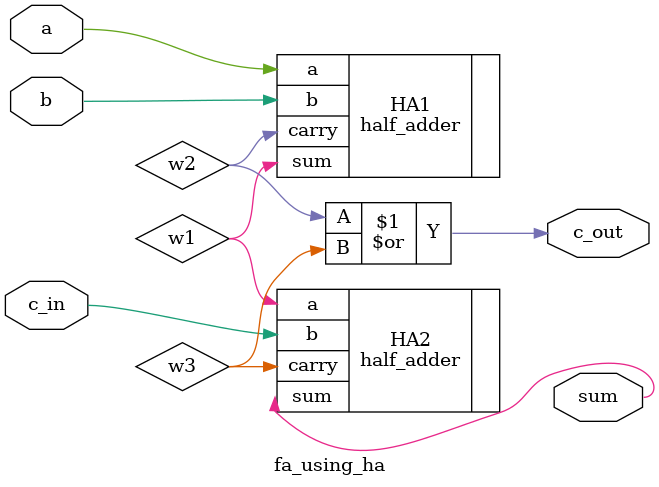
<source format=v>
module fa_using_ha(a,b,c_in,sum,c_out);
    input a,b,c_in;
    output sum,c_out;
    wire w1,w2,w3;

    half_adder HA1(.a(a),.b(b),.sum(w1),.carry(w2));
    half_adder HA2(.a(w1),.b(c_in),.sum(sum),.carry(w3));
    or OR1(c_out, w2,w3);
endmodule
</source>
